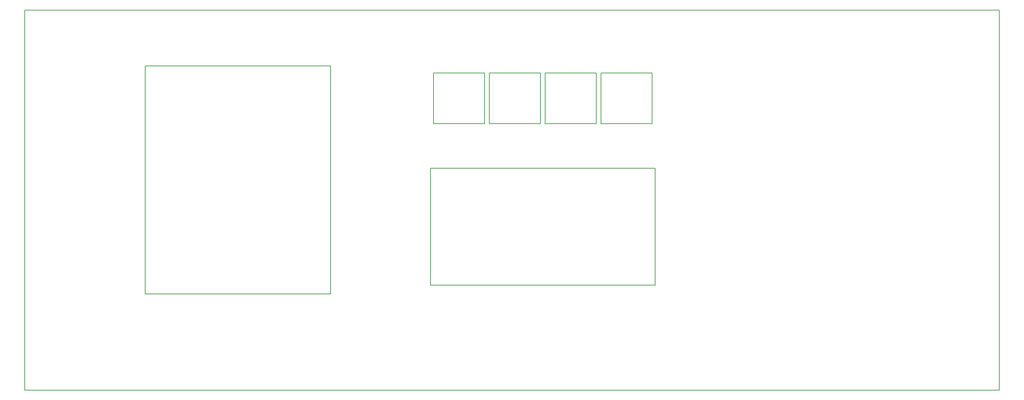
<source format=gbr>
G04 #@! TF.GenerationSoftware,KiCad,Pcbnew,(5.1.2-1)-1*
G04 #@! TF.CreationDate,2019-09-10T17:15:36+01:00*
G04 #@! TF.ProjectId,ControlModuleFrontPanel,436f6e74-726f-46c4-9d6f-64756c654672,C*
G04 #@! TF.SameCoordinates,Original*
G04 #@! TF.FileFunction,Profile,NP*
%FSLAX46Y46*%
G04 Gerber Fmt 4.6, Leading zero omitted, Abs format (unit mm)*
G04 Created by KiCad (PCBNEW (5.1.2-1)-1) date 2019-09-10 17:15:36*
%MOMM*%
%LPD*%
G04 APERTURE LIST*
%ADD10C,0.150000*%
%ADD11C,0.200000*%
G04 APERTURE END LIST*
D10*
X156921200Y-70358000D02*
X144195800Y-70358000D01*
X144195800Y-70358000D02*
X144195800Y-57658000D01*
X144195800Y-57658000D02*
X156921200Y-57658000D01*
X156921200Y-57658000D02*
X156921200Y-70358000D01*
X142951200Y-57658000D02*
X142951200Y-70358000D01*
X130225800Y-70358000D02*
X130225800Y-57658000D01*
X130225800Y-57658000D02*
X142951200Y-57658000D01*
X142951200Y-70358000D02*
X130225800Y-70358000D01*
X158165800Y-57658000D02*
X170891200Y-57658000D01*
X172135800Y-70358000D02*
X172135800Y-57658000D01*
X170891200Y-57658000D02*
X170891200Y-70358000D01*
X170891200Y-70358000D02*
X158165800Y-70358000D01*
X172135800Y-57658000D02*
X184861200Y-57658000D01*
X184861200Y-57658000D02*
X184861200Y-70358000D01*
X184861200Y-70358000D02*
X172135800Y-70358000D01*
X158165800Y-70358000D02*
X158165800Y-57658000D01*
X185674000Y-81534000D02*
X185674000Y-110871000D01*
X129413000Y-81534000D02*
X185674000Y-81534000D01*
X129413000Y-110871000D02*
X129413000Y-81534000D01*
X185674000Y-110871000D02*
X129413000Y-110871000D01*
X104457500Y-113093500D02*
X104457500Y-55943500D01*
X58102500Y-113093500D02*
X104457500Y-113093500D01*
X58102500Y-55943500D02*
X104457500Y-55943500D01*
X58102500Y-113093500D02*
X58102500Y-55943500D01*
D11*
X271780000Y-41910000D02*
X27940000Y-41910000D01*
X271780000Y-137160000D02*
X271780000Y-41910000D01*
X27940000Y-137160000D02*
X271780000Y-137160000D01*
X27940000Y-41910000D02*
X27940000Y-137160000D01*
M02*

</source>
